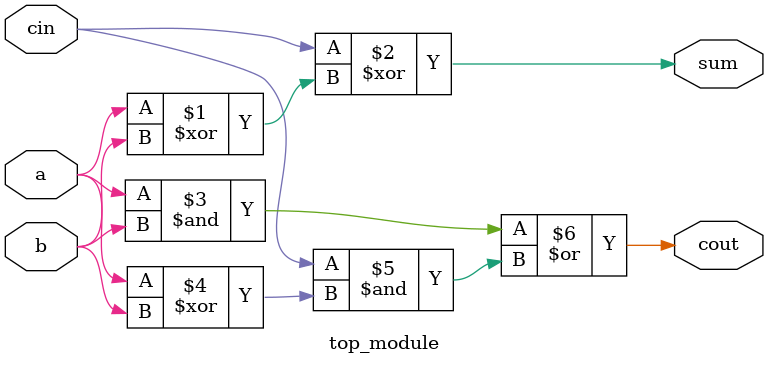
<source format=v>
module top_module( 
    input a, b, cin,
    output cout, sum );
    // You can make a full adder using 2 half adders
    assign sum = cin ^ (a ^ b);
    assign cout = (a & b) | (cin & (a ^ b));
    
    
endmodule

</source>
